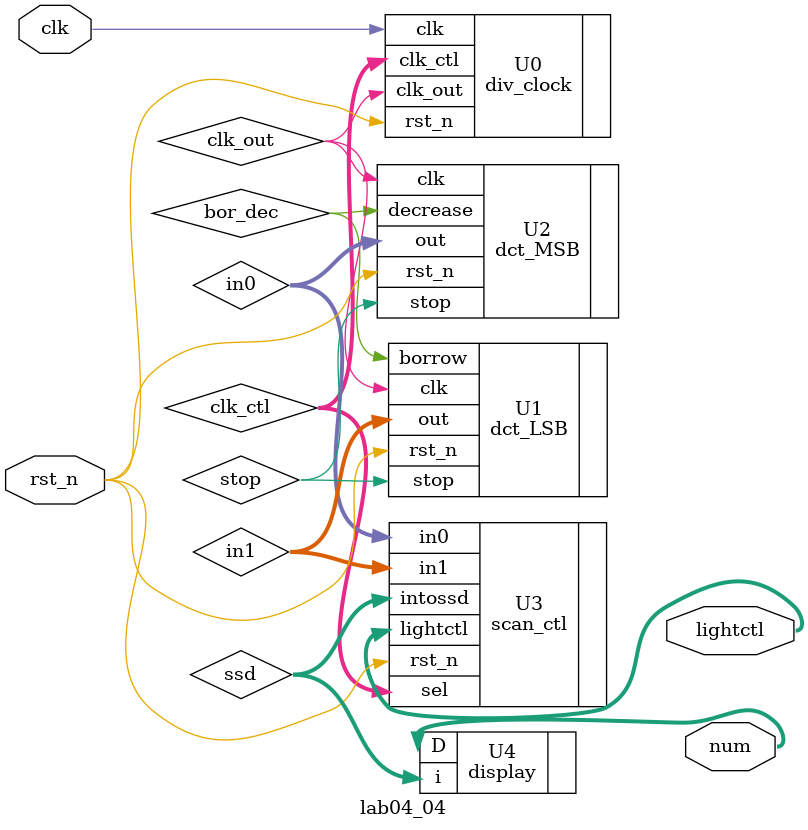
<source format=v>
`timescale 1ns / 1ps


module lab04_04(num, lightctl, clk, rst_n);
output [7:0]num;
output [3:0]lightctl;
input clk;
input rst_n;

wire clk_out;
wire[1:0]clk_ctl;
wire[3:0]in0, in1;
wire bor_dec;
wire stop;
wire [3:0]ssd;


div_clock U0(.clk(clk), .clk_out(clk_out), .rst_n(rst_n), .clk_ctl(clk_ctl));
dct_LSB U1(.clk(clk_out), .rst_n(rst_n), .borrow(bor_dec), .out(in1), .stop(stop));
dct_MSB U2(.clk(clk_out), .rst_n(rst_n), .decrease(bor_dec), .out(in0), .stop(stop));
scan_ctl U3(.rst_n(rst_n), .sel(clk_ctl), .lightctl(lightctl), .in0(in0), .in1(in1), .intossd(ssd));
display U4(.i(ssd), .D(num));

endmodule

</source>
